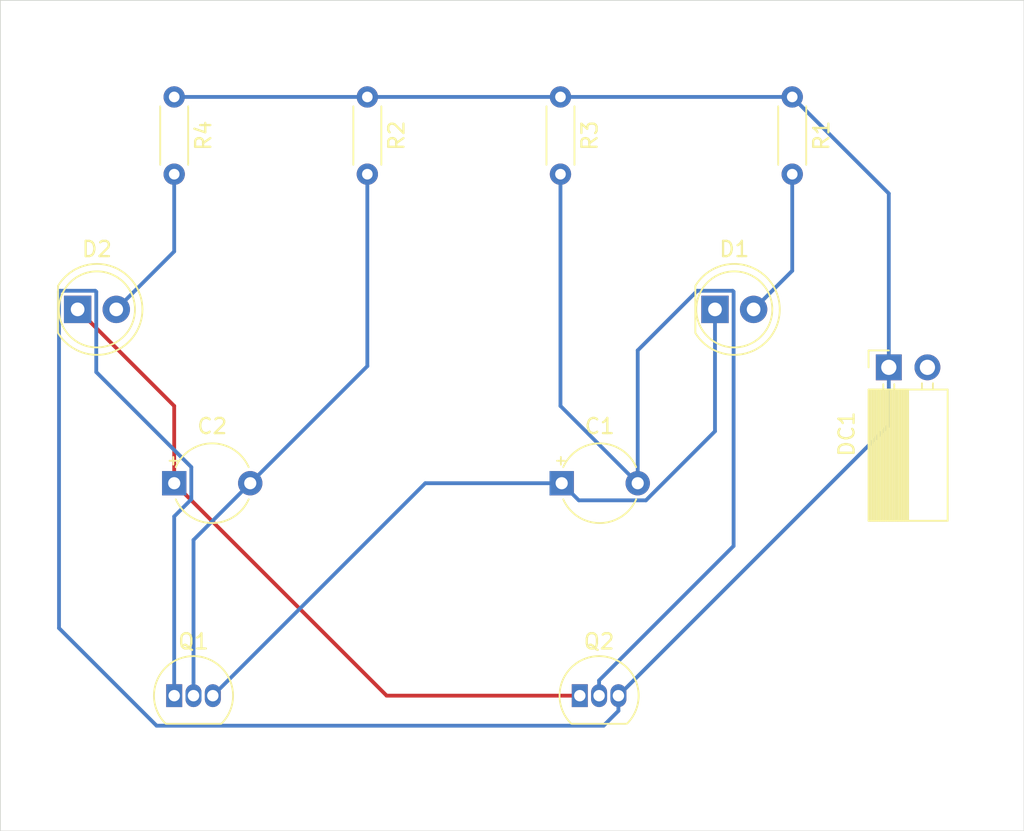
<source format=kicad_pcb>
(kicad_pcb (version 20171130) (host pcbnew "(5.1.10)-1")

  (general
    (thickness 1.6)
    (drawings 4)
    (tracks 47)
    (zones 0)
    (modules 11)
    (nets 8)
  )

  (page A4)
  (layers
    (0 F.Cu signal)
    (31 B.Cu signal)
    (32 B.Adhes user)
    (33 F.Adhes user)
    (34 B.Paste user)
    (35 F.Paste user)
    (36 B.SilkS user)
    (37 F.SilkS user)
    (38 B.Mask user)
    (39 F.Mask user)
    (40 Dwgs.User user)
    (41 Cmts.User user)
    (42 Eco1.User user)
    (43 Eco2.User user)
    (44 Edge.Cuts user)
    (45 Margin user)
    (46 B.CrtYd user)
    (47 F.CrtYd user)
    (48 B.Fab user)
    (49 F.Fab user)
  )

  (setup
    (last_trace_width 0.25)
    (user_trace_width 0.127)
    (trace_clearance 0.2)
    (zone_clearance 0.508)
    (zone_45_only no)
    (trace_min 0.2)
    (via_size 0.8)
    (via_drill 0.4)
    (via_min_size 0.4)
    (via_min_drill 0.3)
    (uvia_size 0.3)
    (uvia_drill 0.1)
    (uvias_allowed no)
    (uvia_min_size 0.2)
    (uvia_min_drill 0.1)
    (edge_width 0.05)
    (segment_width 0.2)
    (pcb_text_width 0.3)
    (pcb_text_size 1.5 1.5)
    (mod_edge_width 0.12)
    (mod_text_size 1 1)
    (mod_text_width 0.15)
    (pad_size 1.524 1.524)
    (pad_drill 0.762)
    (pad_to_mask_clearance 0)
    (aux_axis_origin 0 0)
    (visible_elements FFFFFF7F)
    (pcbplotparams
      (layerselection 0x010fc_ffffffff)
      (usegerberextensions false)
      (usegerberattributes true)
      (usegerberadvancedattributes true)
      (creategerberjobfile true)
      (excludeedgelayer true)
      (linewidth 0.100000)
      (plotframeref false)
      (viasonmask false)
      (mode 1)
      (useauxorigin false)
      (hpglpennumber 1)
      (hpglpenspeed 20)
      (hpglpendiameter 15.000000)
      (psnegative false)
      (psa4output false)
      (plotreference true)
      (plotvalue true)
      (plotinvisibletext false)
      (padsonsilk false)
      (subtractmaskfromsilk false)
      (outputformat 1)
      (mirror false)
      (drillshape 1)
      (scaleselection 1)
      (outputdirectory ""))
  )

  (net 0 "")
  (net 1 "Net-(C1-Pad2)")
  (net 2 "Net-(C1-Pad1)")
  (net 3 "Net-(C2-Pad1)")
  (net 4 "Net-(C2-Pad2)")
  (net 5 "Net-(D1-Pad2)")
  (net 6 "Net-(D2-Pad2)")
  (net 7 /PİL_ARTI)

  (net_class Default "This is the default net class."
    (clearance 0.2)
    (trace_width 0.25)
    (via_dia 0.8)
    (via_drill 0.4)
    (uvia_dia 0.3)
    (uvia_drill 0.1)
    (add_net /PİL_ARTI)
    (add_net "Net-(C1-Pad1)")
    (add_net "Net-(C1-Pad2)")
    (add_net "Net-(C2-Pad1)")
    (add_net "Net-(C2-Pad2)")
    (add_net "Net-(D1-Pad2)")
    (add_net "Net-(D2-Pad2)")
  )

  (module LED_THT:LED_D5.0mm_IRBlack (layer F.Cu) (tedit 5A6C9BB8) (tstamp 60E3426D)
    (at 91.44 -123.19)
    (descr "LED, diameter 5.0mm, 2 pins, http://cdn-reichelt.de/documents/datenblatt/A500/LL-504BC2E-009.pdf")
    (tags "LED diameter 5.0mm 2 pins")
    (path /60E44621)
    (fp_text reference D2 (at 1.27 -3.96) (layer F.SilkS)
      (effects (font (size 1 1) (thickness 0.15)))
    )
    (fp_text value LED (at 1.27 3.96) (layer F.Fab)
      (effects (font (size 1 1) (thickness 0.15)))
    )
    (fp_arc (start 1.27 0) (end -1.29 1.54483) (angle -148.9) (layer F.SilkS) (width 0.12))
    (fp_arc (start 1.27 0) (end -1.29 -1.54483) (angle 148.9) (layer F.SilkS) (width 0.12))
    (fp_arc (start 1.27 0) (end -1.23 -1.469694) (angle 299.1) (layer F.Fab) (width 0.1))
    (fp_text user %R (at 1.25 0) (layer F.Fab)
      (effects (font (size 0.8 0.8) (thickness 0.2)))
    )
    (fp_line (start -1.23 -1.469694) (end -1.23 1.469694) (layer F.Fab) (width 0.1))
    (fp_line (start -1.29 -1.545) (end -1.29 1.545) (layer F.SilkS) (width 0.12))
    (fp_line (start -1.95 -3.25) (end -1.95 3.25) (layer F.CrtYd) (width 0.05))
    (fp_line (start -1.95 3.25) (end 4.5 3.25) (layer F.CrtYd) (width 0.05))
    (fp_line (start 4.5 3.25) (end 4.5 -3.25) (layer F.CrtYd) (width 0.05))
    (fp_line (start 4.5 -3.25) (end -1.95 -3.25) (layer F.CrtYd) (width 0.05))
    (fp_circle (center 1.27 0) (end 3.77 0) (layer F.Fab) (width 0.1))
    (fp_circle (center 1.27 0) (end 3.77 0) (layer F.SilkS) (width 0.12))
    (pad 2 thru_hole circle (at 2.54 0) (size 1.8 1.8) (drill 0.9) (layers *.Cu *.Mask)
      (net 6 "Net-(D2-Pad2)"))
    (pad 1 thru_hole rect (at 0 0) (size 1.8 1.8) (drill 0.9) (layers *.Cu *.Mask)
      (net 3 "Net-(C2-Pad1)"))
    (model ${KISYS3DMOD}/LED_THT.3dshapes/LED_D5.0mm_IRBlack.wrl
      (at (xyz 0 0 0))
      (scale (xyz 1 1 1))
      (rotate (xyz 0 0 0))
    )
  )

  (module LED_THT:LED_D5.0mm_IRGrey (layer F.Cu) (tedit 5A6C9BB8) (tstamp 60E34241)
    (at 133.35 -123.19)
    (descr "LED, diameter 5.0mm, 2 pins, http://cdn-reichelt.de/documents/datenblatt/A500/LL-504BC2E-009.pdf")
    (tags "LED diameter 5.0mm 2 pins")
    (path /60E483E4)
    (fp_text reference D1 (at 1.27 -3.96) (layer F.SilkS)
      (effects (font (size 1 1) (thickness 0.15)))
    )
    (fp_text value LED (at 1.27 3.96) (layer F.Fab)
      (effects (font (size 1 1) (thickness 0.15)))
    )
    (fp_arc (start 1.27 0) (end -1.29 1.54483) (angle -148.9) (layer F.SilkS) (width 0.12))
    (fp_arc (start 1.27 0) (end -1.29 -1.54483) (angle 148.9) (layer F.SilkS) (width 0.12))
    (fp_arc (start 1.27 0) (end -1.23 -1.469694) (angle 299.1) (layer F.Fab) (width 0.1))
    (fp_text user %R (at 1.25 0) (layer F.Fab)
      (effects (font (size 0.8 0.8) (thickness 0.2)))
    )
    (fp_line (start -1.23 -1.469694) (end -1.23 1.469694) (layer F.Fab) (width 0.1))
    (fp_line (start -1.29 -1.545) (end -1.29 1.545) (layer F.SilkS) (width 0.12))
    (fp_line (start -1.95 -3.25) (end -1.95 3.25) (layer F.CrtYd) (width 0.05))
    (fp_line (start -1.95 3.25) (end 4.5 3.25) (layer F.CrtYd) (width 0.05))
    (fp_line (start 4.5 3.25) (end 4.5 -3.25) (layer F.CrtYd) (width 0.05))
    (fp_line (start 4.5 -3.25) (end -1.95 -3.25) (layer F.CrtYd) (width 0.05))
    (fp_circle (center 1.27 0) (end 3.77 0) (layer F.Fab) (width 0.1))
    (fp_circle (center 1.27 0) (end 3.77 0) (layer F.SilkS) (width 0.12))
    (pad 2 thru_hole circle (at 2.54 0) (size 1.8 1.8) (drill 0.9) (layers *.Cu *.Mask)
      (net 5 "Net-(D1-Pad2)"))
    (pad 1 thru_hole rect (at 0 0) (size 1.8 1.8) (drill 0.9) (layers *.Cu *.Mask)
      (net 2 "Net-(C1-Pad1)"))
    (model ${KISYS3DMOD}/LED_THT.3dshapes/LED_D5.0mm_IRGrey.wrl
      (at (xyz 0 0 0))
      (scale (xyz 1 1 1))
      (rotate (xyz 0 0 0))
    )
  )

  (module Resistor_THT:R_Axial_DIN0204_L3.6mm_D1.6mm_P5.08mm_Horizontal (layer F.Cu) (tedit 5AE5139B) (tstamp 60E34303)
    (at 97.79 -137.16 270)
    (descr "Resistor, Axial_DIN0204 series, Axial, Horizontal, pin pitch=5.08mm, 0.167W, length*diameter=3.6*1.6mm^2, http://cdn-reichelt.de/documents/datenblatt/B400/1_4W%23YAG.pdf")
    (tags "Resistor Axial_DIN0204 series Axial Horizontal pin pitch 5.08mm 0.167W length 3.6mm diameter 1.6mm")
    (path /60E424A5)
    (fp_text reference R4 (at 2.54 -1.92 90) (layer F.SilkS)
      (effects (font (size 1 1) (thickness 0.15)))
    )
    (fp_text value 470 (at 2.54 1.92 90) (layer F.Fab)
      (effects (font (size 1 1) (thickness 0.15)))
    )
    (fp_text user %R (at 2.54 0 90) (layer F.Fab)
      (effects (font (size 0.72 0.72) (thickness 0.108)))
    )
    (fp_line (start 0.74 -0.8) (end 0.74 0.8) (layer F.Fab) (width 0.1))
    (fp_line (start 0.74 0.8) (end 4.34 0.8) (layer F.Fab) (width 0.1))
    (fp_line (start 4.34 0.8) (end 4.34 -0.8) (layer F.Fab) (width 0.1))
    (fp_line (start 4.34 -0.8) (end 0.74 -0.8) (layer F.Fab) (width 0.1))
    (fp_line (start 0 0) (end 0.74 0) (layer F.Fab) (width 0.1))
    (fp_line (start 5.08 0) (end 4.34 0) (layer F.Fab) (width 0.1))
    (fp_line (start 0.62 -0.92) (end 4.46 -0.92) (layer F.SilkS) (width 0.12))
    (fp_line (start 0.62 0.92) (end 4.46 0.92) (layer F.SilkS) (width 0.12))
    (fp_line (start -0.95 -1.05) (end -0.95 1.05) (layer F.CrtYd) (width 0.05))
    (fp_line (start -0.95 1.05) (end 6.03 1.05) (layer F.CrtYd) (width 0.05))
    (fp_line (start 6.03 1.05) (end 6.03 -1.05) (layer F.CrtYd) (width 0.05))
    (fp_line (start 6.03 -1.05) (end -0.95 -1.05) (layer F.CrtYd) (width 0.05))
    (pad 2 thru_hole oval (at 5.08 0 270) (size 1.4 1.4) (drill 0.7) (layers *.Cu *.Mask)
      (net 6 "Net-(D2-Pad2)"))
    (pad 1 thru_hole circle (at 0 0 270) (size 1.4 1.4) (drill 0.7) (layers *.Cu *.Mask)
      (net 7 /PİL_ARTI))
    (model ${KISYS3DMOD}/Resistor_THT.3dshapes/R_Axial_DIN0204_L3.6mm_D1.6mm_P5.08mm_Horizontal.wrl
      (at (xyz 0 0 0))
      (scale (xyz 1 1 1))
      (rotate (xyz 0 0 0))
    )
  )

  (module Resistor_THT:R_Axial_DIN0204_L3.6mm_D1.6mm_P5.08mm_Horizontal (layer F.Cu) (tedit 5AE5139B) (tstamp 60E342F4)
    (at 123.19 -137.16 270)
    (descr "Resistor, Axial_DIN0204 series, Axial, Horizontal, pin pitch=5.08mm, 0.167W, length*diameter=3.6*1.6mm^2, http://cdn-reichelt.de/documents/datenblatt/B400/1_4W%23YAG.pdf")
    (tags "Resistor Axial_DIN0204 series Axial Horizontal pin pitch 5.08mm 0.167W length 3.6mm diameter 1.6mm")
    (path /60E42C42)
    (fp_text reference R3 (at 2.54 -1.92 90) (layer F.SilkS)
      (effects (font (size 1 1) (thickness 0.15)))
    )
    (fp_text value 10k (at 2.54 1.92 90) (layer F.Fab)
      (effects (font (size 1 1) (thickness 0.15)))
    )
    (fp_text user %R (at 2.54 0 90) (layer F.Fab)
      (effects (font (size 0.72 0.72) (thickness 0.108)))
    )
    (fp_line (start 0.74 -0.8) (end 0.74 0.8) (layer F.Fab) (width 0.1))
    (fp_line (start 0.74 0.8) (end 4.34 0.8) (layer F.Fab) (width 0.1))
    (fp_line (start 4.34 0.8) (end 4.34 -0.8) (layer F.Fab) (width 0.1))
    (fp_line (start 4.34 -0.8) (end 0.74 -0.8) (layer F.Fab) (width 0.1))
    (fp_line (start 0 0) (end 0.74 0) (layer F.Fab) (width 0.1))
    (fp_line (start 5.08 0) (end 4.34 0) (layer F.Fab) (width 0.1))
    (fp_line (start 0.62 -0.92) (end 4.46 -0.92) (layer F.SilkS) (width 0.12))
    (fp_line (start 0.62 0.92) (end 4.46 0.92) (layer F.SilkS) (width 0.12))
    (fp_line (start -0.95 -1.05) (end -0.95 1.05) (layer F.CrtYd) (width 0.05))
    (fp_line (start -0.95 1.05) (end 6.03 1.05) (layer F.CrtYd) (width 0.05))
    (fp_line (start 6.03 1.05) (end 6.03 -1.05) (layer F.CrtYd) (width 0.05))
    (fp_line (start 6.03 -1.05) (end -0.95 -1.05) (layer F.CrtYd) (width 0.05))
    (pad 2 thru_hole oval (at 5.08 0 270) (size 1.4 1.4) (drill 0.7) (layers *.Cu *.Mask)
      (net 1 "Net-(C1-Pad2)"))
    (pad 1 thru_hole circle (at 0 0 270) (size 1.4 1.4) (drill 0.7) (layers *.Cu *.Mask)
      (net 7 /PİL_ARTI))
    (model ${KISYS3DMOD}/Resistor_THT.3dshapes/R_Axial_DIN0204_L3.6mm_D1.6mm_P5.08mm_Horizontal.wrl
      (at (xyz 0 0 0))
      (scale (xyz 1 1 1))
      (rotate (xyz 0 0 0))
    )
  )

  (module Resistor_THT:R_Axial_DIN0204_L3.6mm_D1.6mm_P5.08mm_Horizontal (layer F.Cu) (tedit 5AE5139B) (tstamp 60E342E5)
    (at 110.49 -137.16 270)
    (descr "Resistor, Axial_DIN0204 series, Axial, Horizontal, pin pitch=5.08mm, 0.167W, length*diameter=3.6*1.6mm^2, http://cdn-reichelt.de/documents/datenblatt/B400/1_4W%23YAG.pdf")
    (tags "Resistor Axial_DIN0204 series Axial Horizontal pin pitch 5.08mm 0.167W length 3.6mm diameter 1.6mm")
    (path /60E433A8)
    (fp_text reference R2 (at 2.54 -1.92 90) (layer F.SilkS)
      (effects (font (size 1 1) (thickness 0.15)))
    )
    (fp_text value 10k (at 2.54 1.92 90) (layer F.Fab)
      (effects (font (size 1 1) (thickness 0.15)))
    )
    (fp_text user %R (at 2.54 0 90) (layer F.Fab)
      (effects (font (size 0.72 0.72) (thickness 0.108)))
    )
    (fp_line (start 0.74 -0.8) (end 0.74 0.8) (layer F.Fab) (width 0.1))
    (fp_line (start 0.74 0.8) (end 4.34 0.8) (layer F.Fab) (width 0.1))
    (fp_line (start 4.34 0.8) (end 4.34 -0.8) (layer F.Fab) (width 0.1))
    (fp_line (start 4.34 -0.8) (end 0.74 -0.8) (layer F.Fab) (width 0.1))
    (fp_line (start 0 0) (end 0.74 0) (layer F.Fab) (width 0.1))
    (fp_line (start 5.08 0) (end 4.34 0) (layer F.Fab) (width 0.1))
    (fp_line (start 0.62 -0.92) (end 4.46 -0.92) (layer F.SilkS) (width 0.12))
    (fp_line (start 0.62 0.92) (end 4.46 0.92) (layer F.SilkS) (width 0.12))
    (fp_line (start -0.95 -1.05) (end -0.95 1.05) (layer F.CrtYd) (width 0.05))
    (fp_line (start -0.95 1.05) (end 6.03 1.05) (layer F.CrtYd) (width 0.05))
    (fp_line (start 6.03 1.05) (end 6.03 -1.05) (layer F.CrtYd) (width 0.05))
    (fp_line (start 6.03 -1.05) (end -0.95 -1.05) (layer F.CrtYd) (width 0.05))
    (pad 2 thru_hole oval (at 5.08 0 270) (size 1.4 1.4) (drill 0.7) (layers *.Cu *.Mask)
      (net 4 "Net-(C2-Pad2)"))
    (pad 1 thru_hole circle (at 0 0 270) (size 1.4 1.4) (drill 0.7) (layers *.Cu *.Mask)
      (net 7 /PİL_ARTI))
    (model ${KISYS3DMOD}/Resistor_THT.3dshapes/R_Axial_DIN0204_L3.6mm_D1.6mm_P5.08mm_Horizontal.wrl
      (at (xyz 0 0 0))
      (scale (xyz 1 1 1))
      (rotate (xyz 0 0 0))
    )
  )

  (module Resistor_THT:R_Axial_DIN0204_L3.6mm_D1.6mm_P5.08mm_Horizontal (layer F.Cu) (tedit 5AE5139B) (tstamp 60E342D6)
    (at 138.43 -137.16 270)
    (descr "Resistor, Axial_DIN0204 series, Axial, Horizontal, pin pitch=5.08mm, 0.167W, length*diameter=3.6*1.6mm^2, http://cdn-reichelt.de/documents/datenblatt/B400/1_4W%23YAG.pdf")
    (tags "Resistor Axial_DIN0204 series Axial Horizontal pin pitch 5.08mm 0.167W length 3.6mm diameter 1.6mm")
    (path /60E43D38)
    (fp_text reference R1 (at 2.54 -1.92 90) (layer F.SilkS)
      (effects (font (size 1 1) (thickness 0.15)))
    )
    (fp_text value 470 (at 2.54 1.92 90) (layer F.Fab)
      (effects (font (size 1 1) (thickness 0.15)))
    )
    (fp_text user %R (at 2.54 0 90) (layer F.Fab)
      (effects (font (size 0.72 0.72) (thickness 0.108)))
    )
    (fp_line (start 0.74 -0.8) (end 0.74 0.8) (layer F.Fab) (width 0.1))
    (fp_line (start 0.74 0.8) (end 4.34 0.8) (layer F.Fab) (width 0.1))
    (fp_line (start 4.34 0.8) (end 4.34 -0.8) (layer F.Fab) (width 0.1))
    (fp_line (start 4.34 -0.8) (end 0.74 -0.8) (layer F.Fab) (width 0.1))
    (fp_line (start 0 0) (end 0.74 0) (layer F.Fab) (width 0.1))
    (fp_line (start 5.08 0) (end 4.34 0) (layer F.Fab) (width 0.1))
    (fp_line (start 0.62 -0.92) (end 4.46 -0.92) (layer F.SilkS) (width 0.12))
    (fp_line (start 0.62 0.92) (end 4.46 0.92) (layer F.SilkS) (width 0.12))
    (fp_line (start -0.95 -1.05) (end -0.95 1.05) (layer F.CrtYd) (width 0.05))
    (fp_line (start -0.95 1.05) (end 6.03 1.05) (layer F.CrtYd) (width 0.05))
    (fp_line (start 6.03 1.05) (end 6.03 -1.05) (layer F.CrtYd) (width 0.05))
    (fp_line (start 6.03 -1.05) (end -0.95 -1.05) (layer F.CrtYd) (width 0.05))
    (pad 2 thru_hole oval (at 5.08 0 270) (size 1.4 1.4) (drill 0.7) (layers *.Cu *.Mask)
      (net 5 "Net-(D1-Pad2)"))
    (pad 1 thru_hole circle (at 0 0 270) (size 1.4 1.4) (drill 0.7) (layers *.Cu *.Mask)
      (net 7 /PİL_ARTI))
    (model ${KISYS3DMOD}/Resistor_THT.3dshapes/R_Axial_DIN0204_L3.6mm_D1.6mm_P5.08mm_Horizontal.wrl
      (at (xyz 0 0 0))
      (scale (xyz 1 1 1))
      (rotate (xyz 0 0 0))
    )
  )

  (module Capacitor_THT:CP_Radial_Tantal_D5.0mm_P5.00mm (layer F.Cu) (tedit 5AE50EF0) (tstamp 60E35ECC)
    (at 97.79 -111.76)
    (descr "CP, Radial_Tantal series, Radial, pin pitch=5.00mm, , diameter=5.0mm, Tantal Electrolytic Capacitor, http://cdn-reichelt.de/documents/datenblatt/B300/TANTAL-TB-Serie%23.pdf")
    (tags "CP Radial_Tantal series Radial pin pitch 5.00mm  diameter 5.0mm Tantal Electrolytic Capacitor")
    (path /60E86891)
    (fp_text reference C2 (at 2.5 -3.75) (layer F.SilkS)
      (effects (font (size 1 1) (thickness 0.15)))
    )
    (fp_text value CP (at 2.5 3.75) (layer F.Fab)
      (effects (font (size 1 1) (thickness 0.15)))
    )
    (fp_text user %R (at 2.5 0) (layer F.Fab)
      (effects (font (size 1 1) (thickness 0.15)))
    )
    (fp_arc (start 2.5 0) (end 0.104003 1.06) (angle -132.27036) (layer F.SilkS) (width 0.12))
    (fp_arc (start 2.5 0) (end 0.104003 -1.06) (angle 132.27036) (layer F.SilkS) (width 0.12))
    (fp_circle (center 2.5 0) (end 5 0) (layer F.Fab) (width 0.1))
    (fp_circle (center 2.5 0) (end 6.22 0) (layer F.CrtYd) (width 0.05))
    (fp_line (start 0.366395 -1.0875) (end 0.866395 -1.0875) (layer F.Fab) (width 0.1))
    (fp_line (start 0.616395 -1.3375) (end 0.616395 -0.8375) (layer F.Fab) (width 0.1))
    (fp_line (start -0.304775 -1.475) (end 0.195225 -1.475) (layer F.SilkS) (width 0.12))
    (fp_line (start -0.054775 -1.725) (end -0.054775 -1.225) (layer F.SilkS) (width 0.12))
    (pad 2 thru_hole circle (at 5 0) (size 1.6 1.6) (drill 0.8) (layers *.Cu *.Mask)
      (net 4 "Net-(C2-Pad2)"))
    (pad 1 thru_hole rect (at 0 0) (size 1.6 1.6) (drill 0.8) (layers *.Cu *.Mask)
      (net 3 "Net-(C2-Pad1)"))
    (model ${KISYS3DMOD}/Capacitor_THT.3dshapes/CP_Radial_Tantal_D5.0mm_P5.00mm.wrl
      (at (xyz 0 0 0))
      (scale (xyz 1 1 1))
      (rotate (xyz 0 0 0))
    )
  )

  (module Capacitor_THT:CP_Radial_Tantal_D5.0mm_P5.00mm (layer F.Cu) (tedit 5AE50EF0) (tstamp 60E35EBD)
    (at 123.27 -111.76)
    (descr "CP, Radial_Tantal series, Radial, pin pitch=5.00mm, , diameter=5.0mm, Tantal Electrolytic Capacitor, http://cdn-reichelt.de/documents/datenblatt/B300/TANTAL-TB-Serie%23.pdf")
    (tags "CP Radial_Tantal series Radial pin pitch 5.00mm  diameter 5.0mm Tantal Electrolytic Capacitor")
    (path /60E84D18)
    (fp_text reference C1 (at 2.5 -3.75) (layer F.SilkS)
      (effects (font (size 1 1) (thickness 0.15)))
    )
    (fp_text value CP (at 2.5 3.75) (layer F.Fab)
      (effects (font (size 1 1) (thickness 0.15)))
    )
    (fp_text user %R (at 2.5 0) (layer F.Fab)
      (effects (font (size 1 1) (thickness 0.15)))
    )
    (fp_arc (start 2.5 0) (end 0.104003 1.06) (angle -132.27036) (layer F.SilkS) (width 0.12))
    (fp_arc (start 2.5 0) (end 0.104003 -1.06) (angle 132.27036) (layer F.SilkS) (width 0.12))
    (fp_circle (center 2.5 0) (end 5 0) (layer F.Fab) (width 0.1))
    (fp_circle (center 2.5 0) (end 6.22 0) (layer F.CrtYd) (width 0.05))
    (fp_line (start 0.366395 -1.0875) (end 0.866395 -1.0875) (layer F.Fab) (width 0.1))
    (fp_line (start 0.616395 -1.3375) (end 0.616395 -0.8375) (layer F.Fab) (width 0.1))
    (fp_line (start -0.304775 -1.475) (end 0.195225 -1.475) (layer F.SilkS) (width 0.12))
    (fp_line (start -0.054775 -1.725) (end -0.054775 -1.225) (layer F.SilkS) (width 0.12))
    (pad 2 thru_hole circle (at 5 0) (size 1.6 1.6) (drill 0.8) (layers *.Cu *.Mask)
      (net 1 "Net-(C1-Pad2)"))
    (pad 1 thru_hole rect (at 0 0) (size 1.6 1.6) (drill 0.8) (layers *.Cu *.Mask)
      (net 2 "Net-(C1-Pad1)"))
    (model ${KISYS3DMOD}/Capacitor_THT.3dshapes/CP_Radial_Tantal_D5.0mm_P5.00mm.wrl
      (at (xyz 0 0 0))
      (scale (xyz 1 1 1))
      (rotate (xyz 0 0 0))
    )
  )

  (module Connector_PinSocket_2.54mm:PinSocket_1x02_P2.54mm_Horizontal (layer F.Cu) (tedit 5A19A41B) (tstamp 60E342A3)
    (at 144.78 -119.38 90)
    (descr "Through hole angled socket strip, 1x02, 2.54mm pitch, 8.51mm socket length, single row (from Kicad 4.0.7), script generated")
    (tags "Through hole angled socket strip THT 1x02 2.54mm single row")
    (path /60E4E3FE)
    (fp_text reference DC1 (at -4.38 -2.77 90) (layer F.SilkS)
      (effects (font (size 1 1) (thickness 0.15)))
    )
    (fp_text value 9V (at -4.38 5.31 90) (layer F.Fab)
      (effects (font (size 1 1) (thickness 0.15)))
    )
    (fp_line (start 1.75 4.35) (end 1.75 -1.75) (layer F.CrtYd) (width 0.05))
    (fp_line (start -10.55 4.35) (end 1.75 4.35) (layer F.CrtYd) (width 0.05))
    (fp_line (start -10.55 -1.75) (end -10.55 4.35) (layer F.CrtYd) (width 0.05))
    (fp_line (start 1.75 -1.75) (end -10.55 -1.75) (layer F.CrtYd) (width 0.05))
    (fp_line (start 0 -1.33) (end 1.11 -1.33) (layer F.SilkS) (width 0.12))
    (fp_line (start 1.11 -1.33) (end 1.11 0) (layer F.SilkS) (width 0.12))
    (fp_line (start -10.09 -1.33) (end -10.09 3.87) (layer F.SilkS) (width 0.12))
    (fp_line (start -10.09 3.87) (end -1.46 3.87) (layer F.SilkS) (width 0.12))
    (fp_line (start -1.46 -1.33) (end -1.46 3.87) (layer F.SilkS) (width 0.12))
    (fp_line (start -10.09 -1.33) (end -1.46 -1.33) (layer F.SilkS) (width 0.12))
    (fp_line (start -10.09 1.27) (end -1.46 1.27) (layer F.SilkS) (width 0.12))
    (fp_line (start -1.46 2.9) (end -1.05 2.9) (layer F.SilkS) (width 0.12))
    (fp_line (start -1.46 2.18) (end -1.05 2.18) (layer F.SilkS) (width 0.12))
    (fp_line (start -1.46 0.36) (end -1.11 0.36) (layer F.SilkS) (width 0.12))
    (fp_line (start -1.46 -0.36) (end -1.11 -0.36) (layer F.SilkS) (width 0.12))
    (fp_line (start -10.09 1.1519) (end -1.46 1.1519) (layer F.SilkS) (width 0.12))
    (fp_line (start -10.09 1.033805) (end -1.46 1.033805) (layer F.SilkS) (width 0.12))
    (fp_line (start -10.09 0.91571) (end -1.46 0.91571) (layer F.SilkS) (width 0.12))
    (fp_line (start -10.09 0.797615) (end -1.46 0.797615) (layer F.SilkS) (width 0.12))
    (fp_line (start -10.09 0.67952) (end -1.46 0.67952) (layer F.SilkS) (width 0.12))
    (fp_line (start -10.09 0.561425) (end -1.46 0.561425) (layer F.SilkS) (width 0.12))
    (fp_line (start -10.09 0.44333) (end -1.46 0.44333) (layer F.SilkS) (width 0.12))
    (fp_line (start -10.09 0.325235) (end -1.46 0.325235) (layer F.SilkS) (width 0.12))
    (fp_line (start -10.09 0.20714) (end -1.46 0.20714) (layer F.SilkS) (width 0.12))
    (fp_line (start -10.09 0.089045) (end -1.46 0.089045) (layer F.SilkS) (width 0.12))
    (fp_line (start -10.09 -0.02905) (end -1.46 -0.02905) (layer F.SilkS) (width 0.12))
    (fp_line (start -10.09 -0.147145) (end -1.46 -0.147145) (layer F.SilkS) (width 0.12))
    (fp_line (start -10.09 -0.26524) (end -1.46 -0.26524) (layer F.SilkS) (width 0.12))
    (fp_line (start -10.09 -0.383335) (end -1.46 -0.383335) (layer F.SilkS) (width 0.12))
    (fp_line (start -10.09 -0.50143) (end -1.46 -0.50143) (layer F.SilkS) (width 0.12))
    (fp_line (start -10.09 -0.619525) (end -1.46 -0.619525) (layer F.SilkS) (width 0.12))
    (fp_line (start -10.09 -0.73762) (end -1.46 -0.73762) (layer F.SilkS) (width 0.12))
    (fp_line (start -10.09 -0.855715) (end -1.46 -0.855715) (layer F.SilkS) (width 0.12))
    (fp_line (start -10.09 -0.97381) (end -1.46 -0.97381) (layer F.SilkS) (width 0.12))
    (fp_line (start -10.09 -1.091905) (end -1.46 -1.091905) (layer F.SilkS) (width 0.12))
    (fp_line (start -10.09 -1.21) (end -1.46 -1.21) (layer F.SilkS) (width 0.12))
    (fp_line (start 0 2.84) (end 0 2.24) (layer F.Fab) (width 0.1))
    (fp_line (start -1.52 2.84) (end 0 2.84) (layer F.Fab) (width 0.1))
    (fp_line (start 0 2.24) (end -1.52 2.24) (layer F.Fab) (width 0.1))
    (fp_line (start 0 0.3) (end 0 -0.3) (layer F.Fab) (width 0.1))
    (fp_line (start -1.52 0.3) (end 0 0.3) (layer F.Fab) (width 0.1))
    (fp_line (start 0 -0.3) (end -1.52 -0.3) (layer F.Fab) (width 0.1))
    (fp_line (start -10.03 3.81) (end -10.03 -1.27) (layer F.Fab) (width 0.1))
    (fp_line (start -1.52 3.81) (end -10.03 3.81) (layer F.Fab) (width 0.1))
    (fp_line (start -1.52 -0.3) (end -1.52 3.81) (layer F.Fab) (width 0.1))
    (fp_line (start -2.49 -1.27) (end -1.52 -0.3) (layer F.Fab) (width 0.1))
    (fp_line (start -10.03 -1.27) (end -2.49 -1.27) (layer F.Fab) (width 0.1))
    (fp_text user %R (at -5.775 1.27 90) (layer F.Fab)
      (effects (font (size 1 1) (thickness 0.15)))
    )
    (pad 1 thru_hole rect (at 0 0 90) (size 1.7 1.7) (drill 1) (layers *.Cu *.Mask)
      (net 7 /PİL_ARTI))
    (pad 2 thru_hole oval (at 0 2.54 90) (size 1.7 1.7) (drill 1) (layers *.Cu *.Mask)
      (net 7 /PİL_ARTI))
    (model ${KISYS3DMOD}/Connector_PinSocket_2.54mm.3dshapes/PinSocket_1x02_P2.54mm_Horizontal.wrl
      (at (xyz 0 0 0))
      (scale (xyz 1 1 1))
      (rotate (xyz 0 0 0))
    )
  )

  (module Package_TO_SOT_THT:TO-92_Inline (layer F.Cu) (tedit 5A1DD157) (tstamp 60E342B5)
    (at 97.79 -97.79)
    (descr "TO-92 leads in-line, narrow, oval pads, drill 0.75mm (see NXP sot054_po.pdf)")
    (tags "to-92 sc-43 sc-43a sot54 PA33 transistor")
    (path /60E6587E)
    (fp_text reference Q1 (at 1.27 -3.56) (layer F.SilkS)
      (effects (font (size 1 1) (thickness 0.15)))
    )
    (fp_text value BC547 (at 1.27 2.79) (layer F.Fab)
      (effects (font (size 1 1) (thickness 0.15)))
    )
    (fp_arc (start 1.27 0) (end 1.27 -2.6) (angle 135) (layer F.SilkS) (width 0.12))
    (fp_arc (start 1.27 0) (end 1.27 -2.48) (angle -135) (layer F.Fab) (width 0.1))
    (fp_arc (start 1.27 0) (end 1.27 -2.6) (angle -135) (layer F.SilkS) (width 0.12))
    (fp_arc (start 1.27 0) (end 1.27 -2.48) (angle 135) (layer F.Fab) (width 0.1))
    (fp_text user %R (at 1.27 0) (layer F.Fab)
      (effects (font (size 1 1) (thickness 0.15)))
    )
    (fp_line (start -0.53 1.85) (end 3.07 1.85) (layer F.SilkS) (width 0.12))
    (fp_line (start -0.5 1.75) (end 3 1.75) (layer F.Fab) (width 0.1))
    (fp_line (start -1.46 -2.73) (end 4 -2.73) (layer F.CrtYd) (width 0.05))
    (fp_line (start -1.46 -2.73) (end -1.46 2.01) (layer F.CrtYd) (width 0.05))
    (fp_line (start 4 2.01) (end 4 -2.73) (layer F.CrtYd) (width 0.05))
    (fp_line (start 4 2.01) (end -1.46 2.01) (layer F.CrtYd) (width 0.05))
    (pad 1 thru_hole rect (at 0 0) (size 1.05 1.5) (drill 0.75) (layers *.Cu *.Mask)
      (net 7 /PİL_ARTI))
    (pad 3 thru_hole oval (at 2.54 0) (size 1.05 1.5) (drill 0.75) (layers *.Cu *.Mask)
      (net 2 "Net-(C1-Pad1)"))
    (pad 2 thru_hole oval (at 1.27 0) (size 1.05 1.5) (drill 0.75) (layers *.Cu *.Mask)
      (net 4 "Net-(C2-Pad2)"))
    (model ${KISYS3DMOD}/Package_TO_SOT_THT.3dshapes/TO-92_Inline.wrl
      (at (xyz 0 0 0))
      (scale (xyz 1 1 1))
      (rotate (xyz 0 0 0))
    )
  )

  (module Package_TO_SOT_THT:TO-92_Inline (layer F.Cu) (tedit 5A1DD157) (tstamp 60E342C7)
    (at 124.46 -97.79)
    (descr "TO-92 leads in-line, narrow, oval pads, drill 0.75mm (see NXP sot054_po.pdf)")
    (tags "to-92 sc-43 sc-43a sot54 PA33 transistor")
    (path /60E62C02)
    (fp_text reference Q2 (at 1.27 -3.56) (layer F.SilkS)
      (effects (font (size 1 1) (thickness 0.15)))
    )
    (fp_text value BC547 (at 1.27 2.79) (layer F.Fab)
      (effects (font (size 1 1) (thickness 0.15)))
    )
    (fp_line (start 4 2.01) (end -1.46 2.01) (layer F.CrtYd) (width 0.05))
    (fp_line (start 4 2.01) (end 4 -2.73) (layer F.CrtYd) (width 0.05))
    (fp_line (start -1.46 -2.73) (end -1.46 2.01) (layer F.CrtYd) (width 0.05))
    (fp_line (start -1.46 -2.73) (end 4 -2.73) (layer F.CrtYd) (width 0.05))
    (fp_line (start -0.5 1.75) (end 3 1.75) (layer F.Fab) (width 0.1))
    (fp_line (start -0.53 1.85) (end 3.07 1.85) (layer F.SilkS) (width 0.12))
    (fp_text user %R (at 1.27 0) (layer F.Fab)
      (effects (font (size 1 1) (thickness 0.15)))
    )
    (fp_arc (start 1.27 0) (end 1.27 -2.48) (angle 135) (layer F.Fab) (width 0.1))
    (fp_arc (start 1.27 0) (end 1.27 -2.6) (angle -135) (layer F.SilkS) (width 0.12))
    (fp_arc (start 1.27 0) (end 1.27 -2.48) (angle -135) (layer F.Fab) (width 0.1))
    (fp_arc (start 1.27 0) (end 1.27 -2.6) (angle 135) (layer F.SilkS) (width 0.12))
    (pad 2 thru_hole oval (at 1.27 0) (size 1.05 1.5) (drill 0.75) (layers *.Cu *.Mask)
      (net 1 "Net-(C1-Pad2)"))
    (pad 3 thru_hole oval (at 2.54 0) (size 1.05 1.5) (drill 0.75) (layers *.Cu *.Mask)
      (net 7 /PİL_ARTI))
    (pad 1 thru_hole rect (at 0 0) (size 1.05 1.5) (drill 0.75) (layers *.Cu *.Mask)
      (net 3 "Net-(C2-Pad1)"))
    (model ${KISYS3DMOD}/Package_TO_SOT_THT.3dshapes/TO-92_Inline.wrl
      (at (xyz 0 0 0))
      (scale (xyz 1 1 1))
      (rotate (xyz 0 0 0))
    )
  )

  (gr_line (start 86.36 -88.9) (end 86.36 -143.51) (layer Edge.Cuts) (width 0.05))
  (gr_line (start 153.67 -88.9) (end 86.36 -88.9) (layer Edge.Cuts) (width 0.05))
  (gr_line (start 153.67 -143.51) (end 153.67 -88.9) (layer Edge.Cuts) (width 0.05))
  (gr_line (start 86.36 -143.51) (end 153.67 -143.51) (layer Edge.Cuts) (width 0.05))

  (segment (start 123.19 -116.84) (end 128.27 -111.76) (width 0.25) (layer B.Cu) (net 1))
  (segment (start 123.19 -132.08) (end 123.19 -116.84) (width 0.25) (layer B.Cu) (net 1))
  (segment (start 125.73 -98.79) (end 125.73 -97.79) (width 0.25) (layer B.Cu) (net 1))
  (segment (start 134.575001 -107.635001) (end 125.73 -98.79) (width 0.25) (layer B.Cu) (net 1))
  (segment (start 134.575001 -124.350001) (end 134.575001 -107.635001) (width 0.25) (layer B.Cu) (net 1))
  (segment (start 134.510001 -124.415001) (end 134.575001 -124.350001) (width 0.25) (layer B.Cu) (net 1))
  (segment (start 132.189999 -124.415001) (end 134.510001 -124.415001) (width 0.25) (layer B.Cu) (net 1))
  (segment (start 128.27 -120.495002) (end 132.189999 -124.415001) (width 0.25) (layer B.Cu) (net 1))
  (segment (start 128.27 -111.76) (end 128.27 -120.495002) (width 0.25) (layer B.Cu) (net 1))
  (segment (start 124.395001 -110.634999) (end 123.27 -111.76) (width 0.25) (layer B.Cu) (net 2))
  (segment (start 128.810001 -110.634999) (end 124.395001 -110.634999) (width 0.25) (layer B.Cu) (net 2))
  (segment (start 133.35 -115.174998) (end 128.810001 -110.634999) (width 0.25) (layer B.Cu) (net 2))
  (segment (start 133.35 -123.19) (end 133.35 -115.174998) (width 0.25) (layer B.Cu) (net 2))
  (segment (start 114.3 -111.76) (end 100.33 -97.79) (width 0.25) (layer B.Cu) (net 2))
  (segment (start 123.27 -111.76) (end 114.3 -111.76) (width 0.25) (layer B.Cu) (net 2))
  (segment (start 111.76 -97.79) (end 124.46 -97.79) (width 0.25) (layer F.Cu) (net 3))
  (segment (start 97.79 -111.76) (end 111.76 -97.79) (width 0.25) (layer F.Cu) (net 3))
  (segment (start 97.79 -116.84) (end 91.44 -123.19) (width 0.25) (layer F.Cu) (net 3))
  (segment (start 97.79 -111.76) (end 97.79 -116.84) (width 0.25) (layer F.Cu) (net 3))
  (segment (start 110.49 -119.46) (end 102.79 -111.76) (width 0.25) (layer B.Cu) (net 4))
  (segment (start 110.49 -132.08) (end 110.49 -119.46) (width 0.25) (layer B.Cu) (net 4))
  (segment (start 99.06 -108.03) (end 99.06 -97.79) (width 0.25) (layer B.Cu) (net 4))
  (segment (start 102.79 -111.76) (end 99.06 -108.03) (width 0.25) (layer B.Cu) (net 4))
  (segment (start 138.43 -125.73) (end 135.89 -123.19) (width 0.25) (layer B.Cu) (net 5))
  (segment (start 138.43 -132.08) (end 138.43 -125.73) (width 0.25) (layer B.Cu) (net 5))
  (segment (start 97.79 -127) (end 93.98 -123.19) (width 0.25) (layer B.Cu) (net 6))
  (segment (start 97.79 -132.08) (end 97.79 -127) (width 0.25) (layer B.Cu) (net 6))
  (segment (start 97.79 -137.16) (end 110.49 -137.16) (width 0.25) (layer B.Cu) (net 7))
  (segment (start 110.49 -137.16) (end 123.19 -137.16) (width 0.25) (layer B.Cu) (net 7))
  (segment (start 123.19 -137.16) (end 138.43 -137.16) (width 0.25) (layer B.Cu) (net 7))
  (segment (start 144.78 -130.81) (end 144.78 -119.38) (width 0.25) (layer B.Cu) (net 7))
  (segment (start 138.43 -137.16) (end 144.78 -130.81) (width 0.25) (layer B.Cu) (net 7))
  (segment (start 144.78 -115.57) (end 127 -97.79) (width 0.25) (layer B.Cu) (net 7))
  (segment (start 144.78 -119.38) (end 144.78 -115.57) (width 0.25) (layer B.Cu) (net 7))
  (segment (start 98.915001 -112.820001) (end 98.915001 -110.699999) (width 0.25) (layer B.Cu) (net 7))
  (segment (start 92.665001 -119.070001) (end 98.915001 -112.820001) (width 0.25) (layer B.Cu) (net 7))
  (segment (start 98.915001 -110.699999) (end 97.79 -109.574998) (width 0.25) (layer B.Cu) (net 7))
  (segment (start 92.665001 -124.350001) (end 92.665001 -119.070001) (width 0.25) (layer B.Cu) (net 7))
  (segment (start 92.600001 -124.415001) (end 92.665001 -124.350001) (width 0.25) (layer B.Cu) (net 7))
  (segment (start 97.79 -109.574998) (end 97.79 -97.79) (width 0.25) (layer B.Cu) (net 7))
  (segment (start 90.279999 -124.415001) (end 92.600001 -124.415001) (width 0.25) (layer B.Cu) (net 7))
  (segment (start 90.214999 -124.350001) (end 90.279999 -124.415001) (width 0.25) (layer B.Cu) (net 7))
  (segment (start 90.214999 -102.232179) (end 90.214999 -124.350001) (width 0.25) (layer B.Cu) (net 7))
  (segment (start 126.024971 -95.814971) (end 96.632207 -95.814971) (width 0.25) (layer B.Cu) (net 7))
  (segment (start 96.632207 -95.814971) (end 90.214999 -102.232179) (width 0.25) (layer B.Cu) (net 7))
  (segment (start 127 -96.79) (end 126.024971 -95.814971) (width 0.25) (layer B.Cu) (net 7))
  (segment (start 127 -97.79) (end 127 -96.79) (width 0.25) (layer B.Cu) (net 7))

)

</source>
